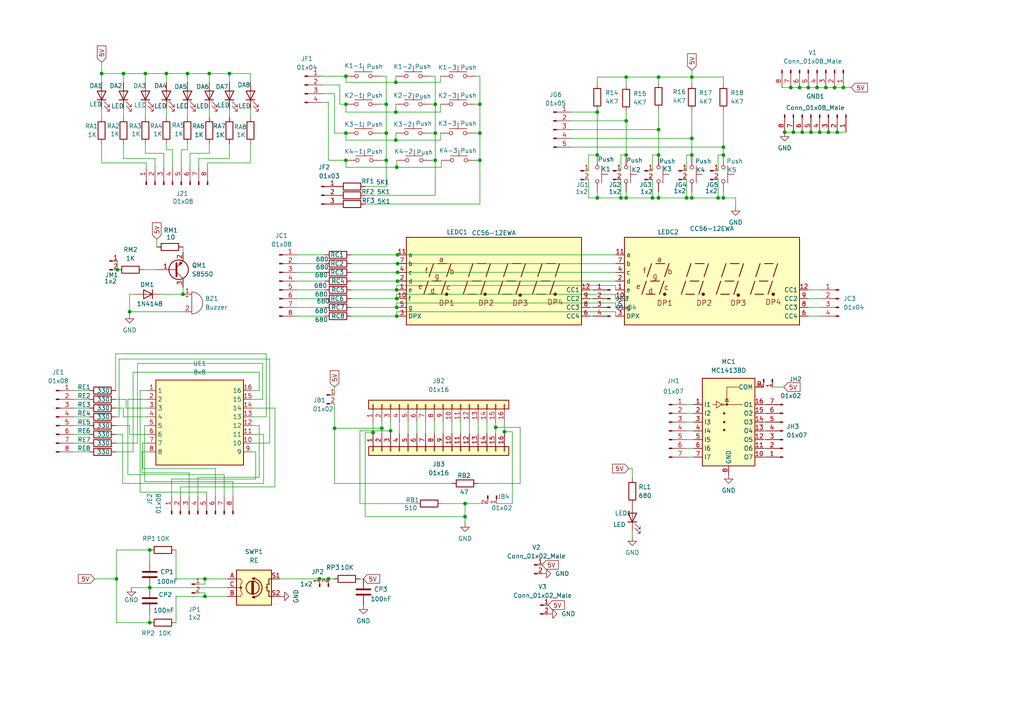
<source format=kicad_sch>
(kicad_sch (version 20211123) (generator eeschema)
  (paper "A4")
  (junction (at 189.23 57.404))
  (junction (at 43.434 180.594))
  (junction (at 200.66 40.132))
  (junction (at 200.66 44.958))
  (junction (at 209.804 42.672))
  (junction (at 230.124 38.354))
  (junction (at 43.434 170.434))
  (junction (at 35.814 21.336))
  (junction (at 59.436 167.894))
  (junction (at 191.008 37.592))
  (junction (at 181.61 35.052))
  (junction (at 34.036 78.232))
  (junction (at 235.204 38.354))
  (junction (at 200.66 57.404))
  (junction (at 115.316 78.994))
  (junction (at 112.014 30.226))
  (junction (at 115.316 81.534))
  (junction (at 240.284 38.354))
  (junction (at 191.008 22.352))
  (junction (at 126.238 38.608))
  (junction (at 112.014 38.608))
  (junction (at 231.902 25.4))
  (junction (at 234.442 25.4))
  (junction (at 199.136 57.404))
  (junction (at 115.316 76.454))
  (junction (at 59.436 172.974))
  (junction (at 134.874 146.05))
  (junction (at 227.584 38.354))
  (junction (at 115.062 48.514))
  (junction (at 100.33 46.482))
  (junction (at 100.33 38.608))
  (junction (at 181.61 22.352))
  (junction (at 53.086 85.344))
  (junction (at 112.014 46.482))
  (junction (at 113.284 124.968))
  (junction (at 208.28 57.404))
  (junction (at 239.522 25.4))
  (junction (at 60.706 21.336))
  (junction (at 173.228 32.512))
  (junction (at 126.238 46.482))
  (junction (at 200.66 22.352))
  (junction (at 139.192 38.608))
  (junction (at 115.062 86.614))
  (junction (at 139.192 46.482))
  (junction (at 114.808 23.876))
  (junction (at 209.804 44.958))
  (junction (at 100.33 30.226))
  (junction (at 180.086 57.404))
  (junction (at 229.362 25.4))
  (junction (at 115.062 91.694))
  (junction (at 115.316 73.914))
  (junction (at 134.874 149.86))
  (junction (at 100.33 22.098))
  (junction (at 42.164 21.336))
  (junction (at 232.664 38.354))
  (junction (at 110.744 124.206))
  (junction (at 244.602 25.4))
  (junction (at 43.434 159.512))
  (junction (at 236.982 25.4))
  (junction (at 108.204 125.476))
  (junction (at 146.304 125.222))
  (junction (at 97.028 124.206))
  (junction (at 48.26 21.336))
  (junction (at 114.808 32.512))
  (junction (at 181.61 44.958))
  (junction (at 115.062 84.074))
  (junction (at 209.804 57.404))
  (junction (at 37.592 90.424))
  (junction (at 92.71 167.894))
  (junction (at 242.062 25.4))
  (junction (at 173.228 44.958))
  (junction (at 181.61 57.404))
  (junction (at 114.808 40.64))
  (junction (at 242.824 38.354))
  (junction (at 66.548 21.336))
  (junction (at 54.356 21.336))
  (junction (at 29.464 21.336))
  (junction (at 143.764 123.952))
  (junction (at 126.238 30.226))
  (junction (at 191.008 44.958))
  (junction (at 173.228 57.404))
  (junction (at 237.744 38.354))
  (junction (at 115.062 89.154))
  (junction (at 139.192 30.226))
  (junction (at 33.782 167.894))
  (junction (at 95.25 167.894))
  (junction (at 191.008 57.404))
  (wire (pts (xy 86.106 84.074) (xy 94.234 84.074)))
  (wire (pts (xy 114.808 40.64) (xy 100.33 40.64)))
  (wire (pts (xy 100.33 32.512) (xy 114.808 32.512)))
  (wire (pts (xy 39.878 128.524) (xy 39.878 105.41)))
  (wire (pts (xy 59.944 142.748) (xy 40.64 142.748)))
  (wire (pts (xy 146.304 125.222) (xy 146.304 125.73)))
  (wire (pts (xy 221.996 130.048) (xy 221.488 130.048)))
  (wire (pts (xy 74.168 138.938) (xy 49.784 138.938)))
  (wire (pts (xy 33.782 167.894) (xy 33.782 180.594)))
  (wire (pts (xy 41.148 131.064) (xy 41.148 137.16)))
  (wire (pts (xy 148.59 125.222) (xy 146.304 125.222)))
  (wire (pts (xy 200.66 22.352) (xy 200.66 24.384)))
  (wire (pts (xy 93.472 24.638) (xy 98.552 24.638)))
  (wire (pts (xy 113.284 125.73) (xy 113.284 124.968)))
  (wire (pts (xy 76.454 140.208) (xy 35.56 140.208)))
  (wire (pts (xy 115.316 81.534) (xy 178.562 81.534)))
  (wire (pts (xy 78.232 128.524) (xy 78.232 104.14)))
  (wire (pts (xy 134.874 149.86) (xy 134.874 146.05)))
  (wire (pts (xy 143.764 123.952) (xy 150.876 123.952)))
  (wire (pts (xy 112.014 54.102) (xy 105.918 54.102)))
  (wire (pts (xy 181.61 32.258) (xy 181.61 35.052)))
  (wire (pts (xy 209.804 55.626) (xy 209.804 57.404)))
  (wire (pts (xy 221.996 117.348) (xy 221.488 117.348)))
  (wire (pts (xy 235.204 38.354) (xy 237.744 38.354)))
  (wire (pts (xy 115.062 82.804) (xy 115.062 84.074)))
  (wire (pts (xy 42.164 41.656) (xy 42.164 44.45)))
  (wire (pts (xy 123.444 125.73) (xy 123.444 122.428)))
  (wire (pts (xy 86.106 78.994) (xy 94.234 78.994)))
  (wire (pts (xy 29.464 18.034) (xy 29.464 21.336)))
  (wire (pts (xy 37.592 85.344) (xy 37.592 90.424)))
  (wire (pts (xy 143.764 123.952) (xy 143.764 122.428)))
  (wire (pts (xy 95.25 29.718) (xy 95.25 46.482)))
  (wire (pts (xy 67.564 139.7) (xy 67.564 144.018)))
  (wire (pts (xy 136.144 125.73) (xy 136.144 122.428)))
  (wire (pts (xy 127.762 32.512) (xy 127.762 30.226)))
  (wire (pts (xy 115.316 73.914) (xy 178.562 73.914)))
  (wire (pts (xy 75.184 113.284) (xy 75.184 107.95)))
  (wire (pts (xy 104.394 124.968) (xy 104.394 146.05)))
  (wire (pts (xy 230.124 38.354) (xy 232.664 38.354)))
  (wire (pts (xy 199.136 57.404) (xy 200.66 57.404)))
  (wire (pts (xy 131.064 140.208) (xy 97.028 140.208)))
  (wire (pts (xy 35.814 21.336) (xy 42.164 21.336)))
  (wire (pts (xy 115.062 90.424) (xy 115.062 91.694)))
  (wire (pts (xy 41.148 137.16) (xy 54.864 137.16)))
  (wire (pts (xy 21.336 123.444) (xy 25.908 123.444)))
  (wire (pts (xy 238.252 84.074) (xy 234.442 84.074)))
  (wire (pts (xy 200.66 44.958) (xy 200.66 45.466)))
  (wire (pts (xy 98.552 24.638) (xy 98.552 30.226)))
  (wire (pts (xy 124.968 30.226) (xy 126.238 30.226)))
  (wire (pts (xy 173.228 32.512) (xy 173.228 44.958)))
  (wire (pts (xy 209.804 32.004) (xy 209.804 42.672)))
  (wire (pts (xy 112.014 46.482) (xy 112.014 54.102)))
  (wire (pts (xy 37.592 125.984) (xy 37.592 123.444)))
  (wire (pts (xy 57.912 169.418) (xy 59.436 169.418)))
  (wire (pts (xy 125.984 125.73) (xy 125.984 122.428)))
  (wire (pts (xy 221.996 127.508) (xy 221.488 127.508)))
  (wire (pts (xy 48.26 31.496) (xy 48.26 34.036)))
  (wire (pts (xy 180.086 44.958) (xy 181.61 44.958)))
  (wire (pts (xy 46.736 85.344) (xy 53.086 85.344)))
  (wire (pts (xy 181.61 22.352) (xy 191.008 22.352)))
  (wire (pts (xy 191.008 44.958) (xy 189.23 44.958)))
  (wire (pts (xy 21.336 118.364) (xy 25.908 118.364)))
  (wire (pts (xy 73.152 123.444) (xy 75.184 123.444)))
  (wire (pts (xy 21.336 113.284) (xy 25.908 113.284)))
  (wire (pts (xy 48.26 23.876) (xy 48.26 21.336)))
  (wire (pts (xy 81.28 167.894) (xy 92.71 167.894)))
  (wire (pts (xy 45.466 69.342) (xy 45.466 71.628)))
  (wire (pts (xy 86.106 81.534) (xy 94.234 81.534)))
  (wire (pts (xy 37.084 137.668) (xy 65.024 137.668)))
  (wire (pts (xy 42.164 21.336) (xy 48.26 21.336)))
  (wire (pts (xy 114.808 23.876) (xy 114.808 22.098)))
  (wire (pts (xy 108.204 125.476) (xy 105.918 125.476)))
  (wire (pts (xy 41.402 128.524) (xy 41.402 135.89)))
  (wire (pts (xy 93.472 27.178) (xy 97.028 27.178)))
  (wire (pts (xy 77.216 102.616) (xy 33.528 102.616)))
  (wire (pts (xy 60.198 47.244) (xy 60.198 48.514)))
  (wire (pts (xy 42.672 120.904) (xy 35.814 120.904)))
  (wire (pts (xy 115.062 87.884) (xy 115.062 89.154)))
  (wire (pts (xy 199.136 44.958) (xy 199.136 49.53)))
  (wire (pts (xy 183.388 135.89) (xy 183.388 138.684)))
  (wire (pts (xy 95.25 167.894) (xy 96.774 167.894)))
  (wire (pts (xy 37.592 123.444) (xy 33.528 123.444)))
  (wire (pts (xy 35.814 120.904) (xy 35.814 118.364)))
  (wire (pts (xy 53.086 90.424) (xy 37.592 90.424)))
  (wire (pts (xy 104.394 146.05) (xy 120.65 146.05)))
  (wire (pts (xy 182.372 135.89) (xy 183.388 135.89)))
  (wire (pts (xy 60.706 44.45) (xy 55.118 44.45)))
  (wire (pts (xy 200.66 57.404) (xy 208.28 57.404)))
  (wire (pts (xy 115.062 84.074) (xy 115.316 84.074)))
  (wire (pts (xy 115.062 48.514) (xy 128.016 48.514)))
  (wire (pts (xy 165.608 32.512) (xy 173.228 32.512)))
  (wire (pts (xy 238.252 89.154) (xy 234.442 89.154)))
  (wire (pts (xy 191.008 57.404) (xy 199.136 57.404)))
  (wire (pts (xy 72.644 47.244) (xy 60.198 47.244)))
  (wire (pts (xy 112.014 38.608) (xy 112.014 46.482)))
  (wire (pts (xy 125.222 46.482) (xy 126.238 46.482)))
  (wire (pts (xy 75.184 138.43) (xy 57.404 138.43)))
  (wire (pts (xy 49.784 138.938) (xy 49.784 144.018)))
  (wire (pts (xy 209.804 44.958) (xy 208.28 44.958)))
  (wire (pts (xy 221.996 119.888) (xy 221.488 119.888)))
  (wire (pts (xy 37.084 115.824) (xy 37.084 137.668)))
  (wire (pts (xy 191.008 31.75) (xy 191.008 37.592)))
  (wire (pts (xy 74.168 131.064) (xy 73.152 131.064)))
  (wire (pts (xy 73.152 113.284) (xy 75.184 113.284)))
  (wire (pts (xy 60.706 41.656) (xy 60.706 44.45)))
  (wire (pts (xy 100.33 32.512) (xy 100.33 30.226)))
  (wire (pts (xy 59.944 144.018) (xy 59.944 142.748)))
  (wire (pts (xy 35.814 118.364) (xy 33.528 118.364)))
  (wire (pts (xy 191.008 44.958) (xy 191.008 45.466)))
  (wire (pts (xy 21.336 115.824) (xy 25.908 115.824)))
  (wire (pts (xy 148.59 146.05) (xy 148.59 125.222)))
  (wire (pts (xy 42.164 31.496) (xy 42.164 34.036)))
  (wire (pts (xy 42.672 131.064) (xy 41.148 131.064)))
  (wire (pts (xy 110.744 46.482) (xy 112.014 46.482)))
  (wire (pts (xy 48.26 43.434) (xy 50.038 43.434)))
  (wire (pts (xy 38.608 131.064) (xy 33.528 131.064)))
  (wire (pts (xy 42.672 118.364) (xy 36.576 118.364)))
  (wire (pts (xy 114.808 32.512) (xy 127.762 32.512)))
  (wire (pts (xy 77.216 120.904) (xy 77.216 102.616)))
  (wire (pts (xy 74.168 131.064) (xy 74.168 138.938)))
  (wire (pts (xy 48.26 41.656) (xy 48.26 43.434)))
  (wire (pts (xy 209.804 24.384) (xy 209.804 22.352)))
  (wire (pts (xy 27.432 167.894) (xy 33.782 167.894)))
  (wire (pts (xy 75.184 107.95) (xy 38.608 107.95)))
  (wire (pts (xy 86.106 91.694) (xy 94.234 91.694)))
  (wire (pts (xy 60.706 23.876) (xy 60.706 21.336)))
  (wire (pts (xy 191.008 55.626) (xy 191.008 57.404)))
  (wire (pts (xy 170.688 57.404) (xy 173.228 57.404)))
  (wire (pts (xy 41.91 139.7) (xy 67.564 139.7)))
  (wire (pts (xy 100.33 46.482) (xy 100.584 46.482)))
  (wire (pts (xy 59.436 167.894) (xy 66.04 167.894)))
  (wire (pts (xy 181.61 44.958) (xy 181.61 45.466)))
  (wire (pts (xy 73.152 128.524) (xy 78.232 128.524)))
  (wire (pts (xy 35.814 45.974) (xy 44.958 45.974)))
  (wire (pts (xy 170.688 44.958) (xy 170.688 49.53)))
  (wire (pts (xy 108.204 125.476) (xy 108.204 122.428)))
  (wire (pts (xy 93.472 22.098) (xy 100.33 22.098)))
  (wire (pts (xy 55.118 44.45) (xy 55.118 48.514)))
  (wire (pts (xy 138.176 46.482) (xy 139.192 46.482)))
  (wire (pts (xy 242.062 25.4) (xy 244.602 25.4)))
  (wire (pts (xy 54.356 21.336) (xy 54.356 23.876)))
  (wire (pts (xy 127.762 23.876) (xy 127.762 22.098)))
  (wire (pts (xy 178.562 87.884) (xy 115.062 87.884)))
  (wire (pts (xy 52.324 141.224) (xy 52.324 144.018)))
  (wire (pts (xy 100.33 48.514) (xy 115.062 48.514)))
  (wire (pts (xy 66.548 41.656) (xy 66.548 45.974)))
  (wire (pts (xy 38.608 107.95) (xy 38.608 131.064)))
  (wire (pts (xy 128.27 146.05) (xy 134.874 146.05)))
  (wire (pts (xy 213.36 57.404) (xy 209.804 57.404)))
  (wire (pts (xy 57.658 45.974) (xy 57.658 48.514)))
  (wire (pts (xy 124.968 38.608) (xy 126.238 38.608)))
  (wire (pts (xy 42.164 21.336) (xy 42.164 23.876)))
  (wire (pts (xy 100.33 23.876) (xy 100.33 22.098)))
  (wire (pts (xy 213.36 59.944) (xy 213.36 57.404)))
  (wire (pts (xy 114.808 23.876) (xy 127.762 23.876)))
  (wire (pts (xy 221.996 124.968) (xy 221.488 124.968)))
  (wire (pts (xy 181.61 22.352) (xy 181.61 24.638)))
  (wire (pts (xy 101.854 73.914) (xy 115.316 73.914)))
  (wire (pts (xy 33.782 180.594) (xy 43.434 180.594)))
  (wire (pts (xy 66.548 31.496) (xy 66.548 34.036)))
  (wire (pts (xy 62.484 135.89) (xy 62.484 144.018)))
  (wire (pts (xy 29.464 31.496) (xy 29.464 34.036)))
  (wire (pts (xy 113.284 124.968) (xy 104.394 124.968)))
  (wire (pts (xy 115.062 86.614) (xy 115.316 86.614)))
  (wire (pts (xy 97.028 27.178) (xy 97.028 38.608)))
  (wire (pts (xy 110.49 22.098) (xy 112.014 22.098)))
  (wire (pts (xy 35.814 41.656) (xy 35.814 45.974)))
  (wire (pts (xy 208.28 57.404) (xy 209.804 57.404)))
  (wire (pts (xy 126.238 22.098) (xy 126.238 30.226)))
  (wire (pts (xy 114.808 32.512) (xy 114.808 30.226)))
  (wire (pts (xy 60.706 31.496) (xy 60.706 34.036)))
  (wire (pts (xy 178.562 90.424) (xy 115.062 90.424)))
  (wire (pts (xy 238.252 91.694) (xy 234.442 91.694)))
  (wire (pts (xy 242.824 38.354) (xy 245.364 38.354)))
  (wire (pts (xy 137.922 30.226) (xy 139.192 30.226)))
  (wire (pts (xy 101.854 81.534) (xy 115.316 81.534)))
  (wire (pts (xy 41.91 123.444) (xy 41.91 139.7)))
  (wire (pts (xy 33.782 167.894) (xy 33.782 159.512)))
  (wire (pts (xy 72.644 41.656) (xy 72.644 47.244)))
  (wire (pts (xy 105.918 149.86) (xy 134.874 149.86)))
  (wire (pts (xy 37.592 90.424) (xy 37.592 91.186)))
  (wire (pts (xy 165.608 35.052) (xy 181.61 35.052)))
  (wire (pts (xy 104.394 167.894) (xy 105.41 167.894)))
  (wire (pts (xy 180.086 57.404) (xy 180.086 52.07)))
  (wire (pts (xy 150.876 123.952) (xy 150.876 140.208)))
  (wire (pts (xy 118.364 125.73) (xy 118.364 122.428)))
  (wire (pts (xy 110.744 125.73) (xy 110.744 124.206)))
  (wire (pts (xy 100.33 46.482) (xy 100.33 48.514)))
  (wire (pts (xy 200.66 55.626) (xy 200.66 57.404)))
  (wire (pts (xy 42.672 128.524) (xy 41.402 128.524)))
  (wire (pts (xy 126.238 38.608) (xy 126.238 46.482)))
  (wire (pts (xy 208.28 52.07) (xy 208.28 57.404)))
  (wire (pts (xy 180.086 49.53) (xy 180.086 44.958)))
  (wire (pts (xy 113.284 124.968) (xy 113.284 122.428)))
  (wire (pts (xy 173.228 22.352) (xy 173.228 24.384)))
  (wire (pts (xy 33.528 128.524) (xy 39.878 128.524)))
  (wire (pts (xy 200.66 44.958) (xy 199.136 44.958)))
  (wire (pts (xy 101.854 86.614) (xy 115.062 86.614)))
  (wire (pts (xy 79.756 118.364) (xy 79.756 141.224)))
  (wire (pts (xy 244.602 25.4) (xy 246.888 25.4)))
  (wire (pts (xy 137.922 38.608) (xy 139.192 38.608)))
  (wire (pts (xy 86.106 86.614) (xy 94.234 86.614)))
  (wire (pts (xy 199.136 117.348) (xy 201.168 117.348)))
  (wire (pts (xy 97.028 140.208) (xy 97.028 124.206)))
  (wire (pts (xy 34.544 120.904) (xy 33.528 120.904)))
  (wire (pts (xy 171.196 89.154) (xy 171.958 89.154)))
  (wire (pts (xy 115.316 76.454) (xy 178.562 76.454)))
  (wire (pts (xy 53.086 71.628) (xy 53.086 73.152)))
  (wire (pts (xy 199.136 127.508) (xy 201.168 127.508)))
  (wire (pts (xy 139.192 38.608) (xy 139.192 46.482)))
  (wire (pts (xy 29.464 41.656) (xy 29.464 47.244)))
  (wire (pts (xy 108.204 125.73) (xy 108.204 125.476)))
  (wire (pts (xy 57.912 171.958) (xy 59.436 171.958)))
  (wire (pts (xy 127.762 38.608) (xy 127.762 40.64)))
  (wire (pts (xy 105.918 59.182) (xy 139.192 59.182)))
  (wire (pts (xy 86.106 89.154) (xy 94.234 89.154)))
  (wire (pts (xy 146.304 122.428) (xy 146.304 125.222)))
  (wire (pts (xy 133.604 125.73) (xy 133.604 122.428)))
  (wire (pts (xy 226.822 25.4) (xy 229.362 25.4)))
  (wire (pts (xy 75.184 123.444) (xy 75.184 138.43)))
  (wire (pts (xy 189.23 44.958) (xy 189.23 49.53)))
  (wire (pts (xy 36.576 118.364) (xy 36.576 115.824)))
  (wire (pts (xy 231.902 25.4) (xy 234.442 25.4)))
  (wire (pts (xy 191.008 22.352) (xy 191.008 24.13)))
  (wire (pts (xy 43.434 178.054) (xy 43.434 180.594)))
  (wire (pts (xy 178.562 86.614) (xy 178.562 85.344)))
  (wire (pts (xy 54.864 137.16) (xy 54.864 144.018)))
  (wire (pts (xy 150.876 140.208) (xy 138.684 140.208)))
  (wire (pts (xy 139.192 46.482) (xy 139.192 59.182)))
  (wire (pts (xy 170.688 44.958) (xy 173.228 44.958)))
  (wire (pts (xy 51.054 159.512) (xy 51.054 167.894)))
  (wire (pts (xy 50.038 43.434) (xy 50.038 48.514)))
  (wire (pts (xy 47.498 44.45) (xy 47.498 48.514)))
  (wire (pts (xy 34.036 75.692) (xy 34.036 78.232)))
  (wire (pts (xy 209.804 22.352) (xy 200.66 22.352)))
  (wire (pts (xy 35.56 140.208) (xy 35.56 125.984)))
  (wire (pts (xy 42.672 125.984) (xy 37.592 125.984)))
  (wire (pts (xy 73.152 118.364) (xy 79.756 118.364)))
  (wire (pts (xy 229.362 25.4) (xy 231.902 25.4)))
  (wire (pts (xy 115.824 125.73) (xy 115.824 122.428)))
  (wire (pts (xy 41.656 78.232) (xy 45.466 78.232)))
  (wire (pts (xy 115.062 89.154) (xy 115.316 89.154)))
  (wire (pts (xy 76.2 105.41) (xy 76.2 115.824)))
  (wire (pts (xy 170.688 52.07) (xy 170.688 57.404)))
  (wire (pts (xy 134.874 146.05) (xy 141.478 146.05)))
  (wire (pts (xy 37.592 85.344) (xy 39.116 85.344)))
  (wire (pts (xy 173.228 22.352) (xy 181.61 22.352)))
  (wire (pts (xy 98.552 30.226) (xy 100.33 30.226)))
  (wire (pts (xy 65.024 137.668) (xy 65.024 144.018)))
  (wire (pts (xy 86.106 73.914) (xy 94.234 73.914)))
  (wire (pts (xy 60.706 21.336) (xy 66.548 21.336)))
  (wire (pts (xy 237.744 38.354) (xy 240.284 38.354)))
  (wire (pts (xy 173.228 55.626) (xy 173.228 57.404)))
  (wire (pts (xy 171.196 84.074) (xy 171.958 84.074)))
  (wire (pts (xy 101.854 89.154) (xy 115.062 89.154)))
  (wire (pts (xy 110.744 124.206) (xy 110.744 122.428)))
  (wire (pts (xy 66.548 21.336) (xy 66.548 23.876)))
  (wire (pts (xy 137.922 22.098) (xy 139.192 22.098)))
  (wire (pts (xy 42.672 115.824) (xy 37.084 115.824)))
  (wire (pts (xy 126.238 30.226) (xy 126.238 38.608)))
  (wire (pts (xy 101.854 84.074) (xy 115.062 84.074)))
  (wire (pts (xy 141.224 125.73) (xy 141.224 122.428)))
  (wire (pts (xy 139.192 22.098) (xy 139.192 30.226)))
  (wire (pts (xy 66.548 45.974) (xy 57.658 45.974)))
  (wire (pts (xy 43.434 162.814) (xy 43.434 159.512)))
  (wire (pts (xy 97.028 124.206) (xy 110.744 124.206)))
  (wire (pts (xy 86.106 76.454) (xy 94.234 76.454)))
  (wire (pts (xy 165.608 40.132) (xy 200.66 40.132)))
  (wire (pts (xy 115.316 78.994) (xy 178.562 78.994)))
  (wire (pts (xy 66.548 21.336) (xy 72.644 21.336)))
  (wire (pts (xy 171.196 91.694) (xy 171.958 91.694)))
  (wire (pts (xy 183.388 155.702) (xy 183.388 153.924)))
  (wire (pts (xy 54.356 31.496) (xy 54.356 34.036)))
  (wire (pts (xy 189.23 57.404) (xy 191.008 57.404)))
  (wire (pts (xy 221.996 122.428) (xy 221.488 122.428)))
  (wire (pts (xy 143.764 125.73) (xy 143.764 123.952)))
  (wire (pts (xy 181.61 35.052) (xy 181.61 44.958)))
  (wire (pts (xy 209.804 42.672) (xy 209.804 44.958)))
  (wire (pts (xy 110.49 38.608) (xy 112.014 38.608)))
  (wire (pts (xy 181.61 55.626) (xy 181.61 57.404)))
  (wire (pts (xy 115.062 46.482) (xy 115.062 48.514)))
  (wire (pts (xy 165.608 37.592) (xy 191.008 37.592)))
  (wire (pts (xy 93.472 29.718) (xy 95.25 29.718)))
  (wire (pts (xy 44.958 45.974) (xy 44.958 48.514)))
  (wire (pts (xy 178.562 91.694) (xy 178.562 90.424)))
  (wire (pts (xy 42.672 123.444) (xy 41.91 123.444)))
  (wire (pts (xy 73.152 125.984) (xy 76.454 125.984)))
  (wire (pts (xy 51.054 167.894) (xy 59.436 167.894)))
  (wire (pts (xy 78.232 104.14) (xy 34.544 104.14)))
  (wire (pts (xy 191.008 37.592) (xy 191.008 44.958)))
  (wire (pts (xy 110.49 30.226) (xy 112.014 30.226)))
  (wire (pts (xy 101.854 76.454) (xy 115.316 76.454)))
  (wire (pts (xy 21.336 125.984) (xy 25.908 125.984)))
  (wire (pts (xy 120.904 125.73) (xy 120.904 122.428)))
  (wire (pts (xy 128.016 48.514) (xy 128.016 46.482)))
  (wire (pts (xy 173.228 57.404) (xy 180.086 57.404)))
  (wire (pts (xy 29.464 23.876) (xy 29.464 21.336)))
  (wire (pts (xy 138.684 125.73) (xy 138.684 122.428)))
  (wire (pts (xy 51.054 172.974) (xy 59.436 172.974)))
  (wire (pts (xy 105.918 125.476) (xy 105.918 149.86)))
  (wire (pts (xy 40.64 113.284) (xy 42.672 113.284)))
  (wire (pts (xy 52.578 43.434) (xy 52.578 48.514)))
  (wire (pts (xy 73.152 115.824) (xy 76.2 115.824)))
  (wire (pts (xy 227.33 112.268) (xy 224.028 112.268)))
  (wire (pts (xy 165.608 42.672) (xy 209.804 42.672)))
  (wire (pts (xy 79.756 141.224) (xy 52.324 141.224)))
  (wire (pts (xy 131.064 125.73) (xy 131.064 122.428)))
  (wire (pts (xy 200.66 40.132) (xy 200.66 44.958)))
  (wire (pts (xy 171.196 86.614) (xy 171.958 86.614)))
  (wire (pts (xy 33.528 102.616) (xy 33.528 113.284)))
  (wire (pts (xy 95.25 46.482) (xy 100.33 46.482)))
  (wire (pts (xy 200.66 32.004) (xy 200.66 40.132)))
  (wire (pts (xy 72.644 21.336) (xy 72.644 23.876)))
  (wire (pts (xy 144.018 146.05) (xy 148.59 146.05)))
  (wire (pts (xy 199.136 132.588) (xy 201.168 132.588)))
  (wire (pts (xy 114.808 38.608) (xy 114.808 40.64)))
  (wire (pts (xy 181.61 57.404) (xy 189.23 57.404)))
  (wire (pts (xy 42.418 47.244) (xy 42.418 48.514)))
  (wire (pts (xy 126.238 56.642) (xy 105.918 56.642)))
  (wire (pts (xy 35.56 125.984) (xy 33.528 125.984)))
  (wire (pts (xy 199.136 52.07) (xy 199.136 57.404)))
  (wire (pts (xy 21.336 131.064) (xy 25.908 131.064)))
  (wire (pts (xy 21.336 128.524) (xy 25.908 128.524)))
  (wire (pts (xy 21.336 120.904) (xy 25.908 120.904)))
  (wire (pts (xy 134.874 151.638) (xy 134.874 149.86)))
  (wire (pts (xy 48.26 21.336) (xy 54.356 21.336)))
  (wire (pts (xy 97.028 112.268) (xy 97.028 114.554)))
  (wire (pts (xy 73.152 120.904) (xy 77.216 120.904)))
  (wire (pts (xy 112.014 22.098) (xy 112.014 30.226)))
  (wire (pts (xy 41.402 135.89) (xy 62.484 135.89)))
  (wire (pts (xy 72.644 31.496) (xy 72.644 34.036)))
  (wire (pts (xy 124.968 22.098) (xy 126.238 22.098)))
  (wire (pts (xy 180.086 57.404) (xy 181.61 57.404)))
  (wire (pts (xy 54.356 43.434) (xy 52.578 43.434)))
  (wire (pts (xy 199.136 124.968) (xy 201.168 124.968)))
  (wire (pts (xy 29.464 47.244) (xy 42.418 47.244)))
  (wire (pts (xy 191.008 22.352) (xy 200.66 22.352)))
  (wire (pts (xy 199.136 130.048) (xy 201.168 130.048)))
  (wire (pts (xy 189.23 52.07) (xy 189.23 57.404)))
  (wire (pts (xy 53.086 85.344) (xy 53.086 83.312)))
  (wire (pts (xy 54.356 41.656) (xy 54.356 43.434)))
  (wire (pts (xy 200.66 20.32) (xy 200.66 22.352)))
  (wire (pts (xy 139.192 30.226) (xy 139.192 38.608)))
  (wire (pts (xy 59.436 169.418) (xy 59.436 167.894)))
  (wire (pts (xy 59.436 171.958) (xy 59.436 172.974)))
  (wire (pts (xy 221.996 132.588) (xy 221.488 132.588)))
  (wire (pts (xy 227.584 38.354) (xy 230.124 38.354)))
  (wire (pts (xy 173.228 44.958) (xy 173.228 45.466)))
  (wire (pts (xy 178.562 85.344) (xy 115.062 85.344)))
  (wire (pts (xy 178.562 89.154) (xy 178.562 87.884)))
  (wire (pts (xy 100.33 38.608) (xy 100.33 40.64)))
  (wire (pts (xy 101.854 91.694) (xy 115.062 91.694)))
  (wire (pts (xy 115.062 91.694) (xy 115.316 91.694)))
  (wire (pts (xy 35.814 31.496) (xy 35.814 34.036)))
  (wire (pts (xy 100.33 23.876) (xy 114.808 23.876)))
  (wire (pts (xy 232.664 38.354) (xy 235.204 38.354)))
  (wire (pts (xy 33.782 159.512) (xy 43.434 159.512)))
  (wire (pts (xy 97.028 38.608) (xy 100.33 38.608)))
  (wire (pts (xy 59.436 172.974) (xy 66.04 172.974)))
  (wire (pts (xy 178.562 82.804) (xy 115.062 82.804)))
  (wire (pts (xy 101.854 78.994) (xy 115.316 78.994)))
  (wire (pts (xy 35.814 23.876) (xy 35.814 21.336)))
  (wire (pts (xy 178.562 84.074) (xy 178.562 82.804)))
  (wire (pts (xy 126.238 46.482) (xy 126.238 56.642)))
  (wire (pts (xy 112.014 30.226) (xy 112.014 38.608)))
  (wire (pts (xy 238.252 86.614) (xy 234.442 86.614)))
  (wire (pts (xy 36.576 115.824) (xy 33.528 115.824)))
  (wire (pts (xy 92.71 167.894) (xy 95.25 167.894)))
  (wire (pts (xy 199.136 119.888) (xy 201.168 119.888)))
  (wire (pts (xy 39.878 105.41) (xy 76.2 105.41)))
  (wire (pts (xy 239.522 25.4) (xy 242.062 25.4)))
  (wire (pts (xy 115.062 85.344) (xy 115.062 86.614)))
  (wire (pts (xy 234.442 25.4) (xy 236.982 25.4)))
  (wire (pts (xy 199.136 122.428) (xy 201.168 122.428)))
  (wire (pts (xy 76.454 125.984) (xy 76.454 140.208)))
  (wire (pts (xy 209.804 44.958) (xy 209.804 45.466)))
  (wire (pts (xy 240.284 38.354) (xy 242.824 38.354)))
  (wire (pts (xy 38.1 170.434) (xy 43.434 170.434)))
  (wire (pts (xy 40.64 142.748) (xy 40.64 113.284)))
  (wire (pts (xy 208.28 44.958) (xy 208.28 49.53)))
  (wire (pts (xy 57.404 138.43) (xy 57.404 144.018)))
  (wire (pts (xy 54.356 21.336) (xy 60.706 21.336)))
  (wire (pts (xy 42.164 44.45) (xy 47.498 44.45)))
  (wire (pts (xy 43.434 170.434) (xy 66.04 170.434)))
  (wire (pts (xy 173.228 32.004) (xy 173.228 32.512)))
  (wire (pts (xy 29.464 21.336) (xy 35.814 21.336)))
  (wire (pts (xy 51.054 180.594) (xy 51.054 172.974)))
  (wire (pts (xy 236.982 25.4) (xy 239.522 25.4)))
  (wire (pts (xy 114.808 40.64) (xy 127.762 40.64)))
  (wire (pts (xy 34.544 104.14) (xy 34.544 120.904)))
  (wire (pts (xy 97.028 117.094) (xy 97.028 124.206)))
  (wire (pts (xy 128.524 125.73) (xy 128.524 122.428)))
  (global_label "5V" (shape input) (at 45.466 69.342 90) (property "Intersheet References" "${INTERSHEET_REFS}" (effects hide)))
  (global_label "5V" (shape input) (at 200.66 20.32 90) (property "Intersheet References" "${INTERSHEET_REFS}" (effects hide)))
  (global_label "5V" (shape input) (at 246.888 25.4 0) (property "Intersheet References" "${INTERSHEET_REFS}" (effects hide)))
  (global_label "5V" (shape input) (at 182.372 135.89 180) (property "Intersheet References" "${INTERSHEET_REFS}" (effects hide)))
  (global_label "5V" (shape input) (at 105.41 167.894 0) (property "Intersheet References" "${INTERSHEET_REFS}" (effects hide)))
  (global_label "5V" (shape input) (at 157.226 163.83 0) (property "Intersheet References" "${INTERSHEET_REFS}" (effects hide)))
  (global_label "5V" (shape input) (at 27.432 167.894 180) (property "Intersheet References" "${INTERSHEET_REFS}" (effects hide)))
  (global_label "5V" (shape input) (at 97.028 112.268 90) (property "Intersheet References" "${INTERSHEET_REFS}" (effects hide)))
  (global_label "5V" (shape input) (at 159.004 175.514 0) (property "Intersheet References" "${INTERSHEET_REFS}" (effects hide)))
  (global_label "5V" (shape input) (at 227.33 112.268 0) (property "Intersheet References" "${INTERSHEET_REFS}" (effects hide)))
  (global_label "5V" (shape input) (at 29.464 18.034 90) (property "Intersheet References" "${INTERSHEET_REFS}" (effects hide)))
  (symbol (lib_id "mylib:R") (at 124.46 146.05 90) (unit 1)
    (property "Reference" "RB1" (at 119.634 145.034 90))
    (property "Value" "510" (at 119.126 147.32 90))
    (property "Footprint" "MyPcbLibrary:R_0805_2012Metric" (effects hide))
  )
  (symbol (lib_id "mylib:Conn_01x08_Male") (at 16.256 120.904 0) (unit 1)
    (property "Reference" "JE1" (at 16.891 107.95 0))
    (property "Value" "01x08" (at 16.891 110.49 0))
    (property "Footprint" "MyPcbLibrary:PinHeader_1x08_P2.54mm_Vertical" (effects hide))
  )
  (symbol (lib_id "mylib:Conn_01x02_Male") (at 94.742 114.554 0) (unit 1)
    (property "Reference" "JB1" (at 94.488 116.078 0) (effects (justify right)))
    (property "Value" "01x02" (at 96.774 118.618 0) (effects (justify right)))
    (property "Footprint" "MyPcbLibrary:PinHeader_1x02_P2.54mm_Vertical" (effects hide))
  )
  (symbol (lib_id "mylib:MC1413BD") (at 211.328 122.428 0) (unit 1)
    (property "Reference" "MC1" (at 211.328 104.902 0))
    (property "Value" "MC1413BD" (at 211.328 107.442 0))
    (property "Footprint" "MyPcbLibrary:SOP-16_3.9x9.9mm_P1.27mm" (effects hide))
    (property "Datasheet" "http://www.onsemi.com/pub_link/Collateral/MC1413-D.PDF" (effects hide))
  )
  (symbol (lib_id "mylib:R") (at 200.66 28.194 180) (unit 1)
    (property "Reference" "R17" (at 202.692 26.9239 0) (effects (justify right)))
    (property "Value" "4K7" (at 202.692 29.4639 0) (effects (justify right)))
    (property "Footprint" "MyPcbLibrary:R_0805_2012Metric" (effects hide))
  )
  (symbol (lib_id "mylib:SW_Push") (at 133.096 46.482 0) (unit 1)
    (property "Reference" "K4-3" (at 130.048 43.688 0))
    (property "Value" "Push" (at 135.89 43.688 0))
    (property "Footprint" "MyPcbLibrary:SW_PUSH_6mm" (effects hide))
  )
  (symbol (lib_id "mylib:R") (at 98.044 86.614 90) (unit 1)
    (property "Reference" "RC6" (at 97.79 86.614 90))
    (property "Value" "680" (at 93.726 87.376 90))
    (property "Footprint" "MyPcbLibrary:R_0805_2012Metric" (effects hide))
  )
  (symbol (lib_id "mylib:R") (at 72.644 37.846 0) (unit 1)
    (property "Reference" "RA8" (at 67.818 36.83 0) (effects (justify left)))
    (property "Value" "1K" (at 68.58 39.116 0) (effects (justify left)))
    (property "Footprint" "MyPcbLibrary:R_0805_2012Metric" (effects hide))
  )
  (symbol (lib_id "mylib:LED") (at 35.814 27.686 90) (unit 1)
    (property "Reference" "DA2" (at 31.75 24.892 90) (effects (justify right)))
    (property "Value" "LED" (at 32.258 30.734 90) (effects (justify right)))
    (property "Footprint" "MyPcbLibrary:LED_Rectangular_W3.9mm_H1.8mm" (effects hide))
  )
  (symbol (lib_id "mylib:R") (at 29.718 123.444 90) (unit 1)
    (property "Reference" "RE5" (at 24.384 122.428 90))
    (property "Value" "330" (at 29.972 123.444 90))
    (property "Footprint" "MyPcbLibrary:L_0805_2012Metric" (effects hide))
  )
  (symbol (lib_id "mylib:R") (at 29.718 131.064 90) (unit 1)
    (property "Reference" "RE8" (at 24.384 130.048 90))
    (property "Value" "330" (at 29.972 131.064 90))
    (property "Footprint" "MyPcbLibrary:L_0805_2012Metric" (effects hide))
  )
  (symbol (lib_id "mylib:Conn_01x02_Male") (at 205.994 49.53 0) (unit 1)
    (property "Reference" "JG5" (at 204.724 53.594 0) (effects (justify left)))
    (property "Value" "1x2" (at 204.47 55.372 0) (effects (justify left)))
    (property "Footprint" "MyPcbLibrary:PinHeader_1x02_P2.54mm_Vertical" (effects hide))
  )
  (symbol (lib_id "mylib:GND") (at 105.41 175.514 0) (unit 1)
    (property "Reference" "#PWR0110" (effects hide))
    (property "Value" "GND" (at 105.41 180.086 0))
  )
  (symbol (lib_id "mylib:Conn_01x08_Male") (at 50.038 53.594 90) (unit 1)
    (property "Reference" "J21" (at 52.832 56.134 90))
    (property "Value" "01x08" (at 53.086 58.42 90))
    (property "Footprint" "MyPcbLibrary:PinHeader_1x08_P2.54mm_Vertical" (effects hide))
  )
  (symbol (lib_id "mylib:GND") (at 38.1 170.434 0) (unit 1)
    (property "Reference" "#PWR0105" (effects hide))
    (property "Value" "GND" (at 38.1 173.99 0))
  )
  (symbol (lib_id "mylib:Conn_01x02_Male") (at 186.944 49.53 0) (unit 1)
    (property "Reference" "JG3" (at 185.42 53.594 0) (effects (justify left)))
    (property "Value" "1x2" (at 185.674 55.626 0) (effects (justify left)))
    (property "Footprint" "MyPcbLibrary:PinHeader_1x02_P2.54mm_Vertical" (effects hide))
  )
  (symbol (lib_id "mylib:R") (at 98.044 78.994 90) (unit 1)
    (property "Reference" "RC3" (at 97.79 78.994 90))
    (property "Value" "680" (at 93.218 79.756 90))
    (property "Footprint" "MyPcbLibrary:R_0805_2012Metric" (effects hide))
  )
  (symbol (lib_id "mylib:R") (at 98.044 76.454 90) (unit 1)
    (property "Reference" "RC2" (at 97.79 76.454 90))
    (property "Value" "680" (at 93.472 77.47 90))
    (property "Footprint" "MyPcbLibrary:R_0805_2012Metric" (effects hide))
  )
  (symbol (lib_id "mylib:R") (at 98.044 91.694 90) (unit 1)
    (property "Reference" "RC8" (at 98.044 91.694 90))
    (property "Value" "680" (at 93.218 92.71 90))
    (property "Footprint" "MyPcbLibrary:R_0805_2012Metric" (effects hide))
  )
  (symbol (lib_id "mylib:R") (at 66.548 37.846 0) (unit 1)
    (property "Reference" "RA7" (at 61.722 36.576 0) (effects (justify left)))
    (property "Value" "1K" (at 62.484 39.116 0) (effects (justify left)))
    (property "Footprint" "MyPcbLibrary:R_0805_2012Metric" (effects hide))
  )
  (symbol (lib_id "mylib:R") (at 60.706 37.846 0) (unit 1)
    (property "Reference" "RA6" (at 55.626 36.576 0) (effects (justify left)))
    (property "Value" "1K" (at 56.388 39.116 0) (effects (justify left)))
    (property "Footprint" "MyPcbLibrary:R_0805_2012Metric" (effects hide))
  )
  (symbol (lib_id "mylib:GND") (at 37.592 91.186 0) (unit 1)
    (property "Reference" "#PWR0102" (effects hide))
    (property "Value" "GND" (at 37.592 95.758 0))
  )
  (symbol (lib_id "mylib:SW_Push") (at 132.842 30.226 0) (unit 1)
    (property "Reference" "K2-3" (at 129.794 27.686 0))
    (property "Value" "Push" (at 135.89 27.686 0))
    (property "Footprint" "MyPcbLibrary:SW_PUSH_6mm" (effects hide))
  )
  (symbol (lib_id "mylib:CC56-12EWA") (at 206.502 81.534 0) (unit 1)
    (property "Reference" "LEDC2" (at 193.802 67.31 0))
    (property "Value" "CC56-12EWA" (at 206.502 66.294 0))
    (property "Footprint" "MyPcbLibrary:7Segment_LED_0.28inch" (effects hide))
    (property "Datasheet" "http://www.kingbrightusa.com/images/catalog/SPEC/CA56-12EWA.pdf" (effects hide))
  )
  (symbol (lib_id "mylib:LED") (at 42.164 27.686 90) (unit 1)
    (property "Reference" "DA3" (at 38.608 24.892 90) (effects (justify right)))
    (property "Value" "LED" (at 38.862 30.48 90) (effects (justify right)))
    (property "Footprint" "MyPcbLibrary:LED_Rectangular_W3.9mm_H1.8mm" (effects hide))
  )
  (symbol (lib_id "mylib:SW_Push") (at 181.61 50.546 270) (unit 1)
    (property "Reference" "K2" (at 183.134 49.276 90) (effects (justify left)))
    (property "Value" "Push" (at 181.61 46.482 90) (effects (justify left)))
    (property "Footprint" "MyPcbLibrary:SW_PUSH_6mm" (effects hide))
  )
  (symbol (lib_id "mylib:Dot_matrix_LED_8x8") (at 58.928 122.174 0) (unit 1)
    (property "Reference" "UE1" (at 57.912 105.41 0))
    (property "Value" "8x8" (at 57.912 107.95 0))
    (property "Footprint" "MyPcbLibrary:dot_matrix_8x8" (effects hide))
  )
  (symbol (lib_id "mylib:Conn_01x04_Male") (at 243.332 86.614 0) (mirror y) (unit 1)
    (property "Reference" "JC3" (at 244.602 86.6139 0) (effects (justify right)))
    (property "Value" "01x04" (at 244.602 89.1539 0) (effects (justify right)))
    (property "Footprint" "MyPcbLibrary:PinHeader_1x04_P2.54mm_Vertical" (effects hide))
  )
  (symbol (lib_id "mylib:LED") (at 60.706 27.686 90) (unit 1)
    (property "Reference" "DA6" (at 56.896 25.146 90) (effects (justify right)))
    (property "Value" "LED" (at 56.896 30.734 90) (effects (justify right)))
    (property "Footprint" "MyPcbLibrary:LED_Rectangular_W3.9mm_H1.8mm" (effects hide))
  )
  (symbol (lib_id "mylib:Conn_01x02_Male") (at 156.718 175.514 0) (unit 1)
    (property "Reference" "V3" (at 157.353 170.18 0))
    (property "Value" "Conn_01x02_Male" (at 157.353 172.72 0))
    (property "Footprint" "MyPcbLibrary:PinHeader_1x02_P2.54mm_Vertical" (effects hide))
  )
  (symbol (lib_id "mylib:SW_Push") (at 209.804 50.546 270) (unit 1)
    (property "Reference" "K5" (at 212.344 49.276 90))
    (property "Value" "Push" (at 213.106 46.736 90))
    (property "Footprint" "MyPcbLibrary:SW_PUSH_6mm" (effects hide))
  )
  (symbol (lib_id "mylib:Conn_01x08_Male") (at 81.026 81.534 0) (unit 1)
    (property "Reference" "JC1" (at 81.661 68.326 0))
    (property "Value" "01x08" (at 81.661 70.866 0))
    (property "Footprint" "MyPcbLibrary:PinHeader_1x08_P2.54mm_Vertical" (effects hide))
  )
  (symbol (lib_id "mylib:R") (at 181.61 28.448 180) (unit 1)
    (property "Reference" "R15" (at 183.642 27.1779 0) (effects (justify right)))
    (property "Value" "4K7" (at 183.642 29.7179 0) (effects (justify right)))
    (property "Footprint" "MyPcbLibrary:R_0805_2012Metric" (effects hide))
  )
  (symbol (lib_id "mylib:R") (at 35.814 37.846 0) (unit 1)
    (property "Reference" "RA2" (at 30.988 36.576 0) (effects (justify left)))
    (property "Value" "1K" (at 32.004 38.862 0) (effects (justify left)))
    (property "Footprint" "MyPcbLibrary:R_0805_2012Metric" (effects hide))
  )
  (symbol (lib_id "mylib:Conn_01x02_Male") (at 55.626 169.418 0) (unit 1)
    (property "Reference" "JP1" (at 54.61 176.784 0) (effects (justify left)))
    (property "Value" "1x2" (at 54.61 179.07 0) (effects (justify left)))
    (property "Footprint" "MyPcbLibrary:PinHeader_1x02_P2.54mm_Vertical" (effects hide))
  )
  (symbol (lib_id "mylib:GND") (at 134.874 151.638 0) (unit 1)
    (property "Reference" "#PWR0103" (effects hide))
    (property "Value" "GND" (at 134.874 156.21 0))
  )
  (symbol (lib_id "mylib:SW_Push") (at 119.888 30.226 0) (unit 1)
    (property "Reference" "K2-2" (at 116.84 27.686 0))
    (property "Value" "Push" (at 122.682 27.94 0))
    (property "Footprint" "MyPcbLibrary:SW_PUSH_6mm" (effects hide))
  )
  (symbol (lib_id "mylib:R") (at 29.718 125.984 90) (unit 1)
    (property "Reference" "RE6" (at 24.384 124.968 90))
    (property "Value" "330" (at 29.972 125.984 90))
    (property "Footprint" "MyPcbLibrary:L_0805_2012Metric" (effects hide))
  )
  (symbol (lib_id "mylib:GND") (at 227.584 38.354 0) (unit 1)
    (property "Reference" "#PWR0101" (effects hide))
    (property "Value" "GND" (at 227.584 42.926 0))
  )
  (symbol (lib_id "mylib:R") (at 54.356 37.846 0) (unit 1)
    (property "Reference" "RA5" (at 49.784 36.322 0) (effects (justify left)))
    (property "Value" "1K" (at 50.546 38.862 0) (effects (justify left)))
    (property "Footprint" "MyPcbLibrary:R_0805_2012Metric" (effects hide))
  )
  (symbol (lib_id "mylib:C") (at 105.41 171.704 0) (unit 1)
    (property "Reference" "CP3" (at 108.458 170.942 0) (effects (justify left)))
    (property "Value" "100nF" (at 107.442 173.736 0) (effects (justify left)))
    (property "Footprint" "MyPcbLibrary:C_0805_2012Metric" (effects hide))
  )
  (symbol (lib_id "mylib:GND") (at 213.36 59.944 0) (unit 1)
    (property "Reference" "#PWR0109" (effects hide))
    (property "Value" "GND" (at 213.36 64.516 0))
  )
  (symbol (lib_id "mylib:R") (at 98.044 84.074 90) (unit 1)
    (property "Reference" "RC5" (at 98.044 84.074 90))
    (property "Value" "680" (at 93.218 85.344 90))
    (property "Footprint" "MyPcbLibrary:R_0805_2012Metric" (effects hide))
  )
  (symbol (lib_id "mylib:Conn_01x08_Male") (at 237.744 33.274 270) (unit 1)
    (property "Reference" "GND1" (at 236.474 27.94 90))
    (property "Value" "Conn_01x08_Male" (at 236.474 31.242 90))
    (property "Footprint" "MyPcbLibrary:PinHeader_1x08_P2.54mm_Vertical" (effects hide))
  )
  (symbol (lib_id "mylib:Conn_01x03_Male") (at 93.218 56.642 0) (unit 1)
    (property "Reference" "JF2" (at 95.758 48.514 0) (effects (justify right)))
    (property "Value" "01x03" (at 98.552 51.054 0) (effects (justify right)))
    (property "Footprint" "MyPcbLibrary:PinHeader_1x03_P2.54mm_Vertical" (effects hide))
  )
  (symbol (lib_id "mylib:Conn_01x02_Male") (at 168.402 49.53 0) (unit 1)
    (property "Reference" "JG1" (at 167.132 53.594 0) (effects (justify left)))
    (property "Value" "1x2" (at 166.878 55.626 0) (effects (justify left)))
    (property "Footprint" "MyPcbLibrary:PinHeader_1x02_P2.54mm_Vertical" (effects hide))
  )
  (symbol (lib_id "mylib:Conn_01x16") (at 125.984 117.348 90) (unit 1)
    (property "Reference" "JB2" (at 127.254 110.49 90))
    (property "Value" "01x16" (at 127.254 113.03 90))
    (property "Footprint" "MyPcbLibrary:PinHeader_1x16_P2.54mm_Vertical" (effects hide))
  )
  (symbol (lib_id "mylib:SW_Push") (at 105.41 38.608 0) (unit 1)
    (property "Reference" "K3-1" (at 102.616 36.068 0))
    (property "Value" "Push" (at 108.712 36.068 0))
    (property "Footprint" "MyPcbLibrary:SW_PUSH_6mm" (effects hide))
  )
  (symbol (lib_id "mylib:SW_Push") (at 132.842 38.608 0) (unit 1)
    (property "Reference" "K3-3" (at 129.794 35.814 0))
    (property "Value" "Push" (at 135.89 35.814 0))
    (property "Footprint" "MyPcbLibrary:SW_PUSH_6mm" (effects hide))
  )
  (symbol (lib_id "mylib:Conn_01x02_Male") (at 177.8 49.53 0) (unit 1)
    (property "Reference" "JG2" (at 176.53 53.594 0) (effects (justify left)))
    (property "Value" "1x2" (at 176.53 55.626 0) (effects (justify left)))
    (property "Footprint" "MyPcbLibrary:PinHeader_1x02_P2.54mm_Vertical" (effects hide))
  )
  (symbol (lib_id "mylib:R") (at 102.108 56.642 270) (unit 1)
    (property "Reference" "RF2" (at 106.68 55.626 90))
    (property "Value" "5K1" (at 111.252 55.626 90))
    (property "Footprint" "MyPcbLibrary:R_0805_2012Metric" (effects hide))
  )
  (symbol (lib_id "mylib:SW_Push") (at 105.41 22.098 0) (unit 1)
    (property "Reference" "K1-1" (at 102.616 19.05 0))
    (property "Value" "Push" (at 108.712 19.304 0))
    (property "Footprint" "MyPcbLibrary:SW_PUSH_6mm" (effects hide))
  )
  (symbol (lib_id "mylib:SW_Push") (at 119.888 38.608 0) (unit 1)
    (property "Reference" "K3-2" (at 116.84 36.068 0))
    (property "Value" "Push" (at 122.936 35.814 0))
    (property "Footprint" "MyPcbLibrary:SW_PUSH_6mm" (effects hide))
  )
  (symbol (lib_id "mylib:LED") (at 48.26 27.686 90) (unit 1)
    (property "Reference" "DA4" (at 44.704 24.892 90) (effects (justify right)))
    (property "Value" "LED" (at 44.704 30.734 90) (effects (justify right)))
    (property "Footprint" "MyPcbLibrary:LED_Rectangular_W3.9mm_H1.8mm" (effects hide))
  )
  (symbol (lib_id "mylib:R") (at 98.044 89.154 90) (unit 1)
    (property "Reference" "RC7" (at 98.044 89.154 90))
    (property "Value" "680" (at 93.218 90.17 90))
    (property "Footprint" "MyPcbLibrary:R_0805_2012Metric" (effects hide))
  )
  (symbol (lib_id "mylib:SW_Push") (at 105.41 30.226 0) (unit 1)
    (property "Reference" "K2-1" (at 102.616 27.686 0))
    (property "Value" "Push" (at 108.712 27.686 0))
    (property "Footprint" "MyPcbLibrary:SW_PUSH_6mm" (effects hide))
  )
  (symbol (lib_id "mylib:GND") (at 81.28 172.974 90) (unit 1)
    (property "Reference" "#PWR0111" (effects hide))
    (property "Value" "GND" (at 85.852 172.974 0))
  )
  (symbol (lib_id "mylib:R") (at 209.804 28.194 180) (unit 1)
    (property "Reference" "R18" (at 211.836 26.9239 0) (effects (justify right)))
    (property "Value" "4K7" (at 211.836 29.4639 0) (effects (justify right)))
    (property "Footprint" "MyPcbLibrary:R_0805_2012Metric" (effects hide))
  )
  (symbol (lib_id "mylib:Conn_01x02_Male") (at 31.75 75.692 0) (unit 1)
    (property "Reference" "JM1" (at 30.48 79.756 0) (effects (justify left)))
    (property "Value" "1x2" (at 30.226 81.534 0) (effects (justify left)))
    (property "Footprint" "MyPcbLibrary:PinHeader_1x02_P2.54mm_Vertical" (effects hide))
  )
  (symbol (lib_id "mylib:Conn_01x04_Male") (at 88.392 24.638 0) (unit 1)
    (property "Reference" "JF1" (at 89.027 17.018 0))
    (property "Value" "01x04" (at 89.027 19.558 0))
    (property "Footprint" "MyPcbLibrary:PinHeader_1x04_P2.54mm_Vertical" (effects hide))
  )
  (symbol (lib_id "mylib:Conn_01x02_Male") (at 144.018 143.764 270) (unit 1)
    (property "Reference" "JB4" (at 147.828 144.018 90) (effects (justify right)))
    (property "Value" "01x02" (at 148.59 147.32 90) (effects (justify right)))
    (property "Footprint" "MyPcbLibrary:PinHeader_1x02_P2.54mm_Vertical" (effects hide))
  )
  (symbol (lib_id "mylib:R") (at 183.388 142.494 0) (unit 1)
    (property "Reference" "RL1" (at 185.166 141.2239 0) (effects (justify left)))
    (property "Value" "680" (at 185.166 143.7639 0) (effects (justify left)))
    (property "Footprint" "MyPcbLibrary:R_0805_2012Metric" (effects hide))
  )
  (symbol (lib_id "mylib:Conn_01x07_Male") (at 194.056 124.968 0) (unit 1)
    (property "Reference" "JH1" (at 195.326 110.49 0))
    (property "Value" "01x07" (at 195.326 113.538 0))
    (property "Footprint" "MyPcbLibrary:PinHeader_1x07_P2.54mm_Vertical" (effects hide))
  )
  (symbol (lib_id "mylib:SW_Push") (at 132.842 22.098 0) (unit 1)
    (property "Reference" "K1-3" (at 129.794 19.558 0))
    (property "Value" "Push" (at 135.89 19.558 0))
    (property "Footprint" "MyPcbLibrary:SW_PUSH_6mm" (effects hide))
  )
  (symbol (lib_id "mylib:LED") (at 66.548 27.686 90) (unit 1)
    (property "Reference" "DA7" (at 62.484 25.146 90) (effects (justify right)))
    (property "Value" "LED" (at 62.992 30.48 90) (effects (justify right)))
    (property "Footprint" "MyPcbLibrary:LED_Rectangular_W3.9mm_H1.8mm" (effects hide))
  )
  (symbol (lib_id "mylib:Conn_01x02_Male") (at 154.94 163.83 0) (unit 1)
    (property "Reference" "V2" (at 155.575 158.75 0))
    (property "Value" "Conn_01x02_Male" (at 155.575 161.29 0))
    (property "Footprint" "MyPcbLibrary:PinHeader_1x02_P2.54mm_Vertical" (effects hide))
  )
  (symbol (lib_id "mylib:GND") (at 157.226 166.37 90) (unit 1)
    (property "Reference" "#PWR0106" (effects hide))
    (property "Value" "GND" (at 161.036 166.3699 90) (effects (justify right)))
  )
  (symbol (lib_id "mylib:R") (at 29.718 115.824 90) (unit 1)
    (property "Reference" "RE2" (at 24.384 114.808 90))
    (property "Value" "330" (at 29.972 115.824 90))
    (property "Footprint" "MyPcbLibrary:L_0805_2012Metric" (effects hide))
  )
  (symbol (lib_id "mylib:SW_Push") (at 191.008 50.546 270) (unit 1)
    (property "Reference" "K3" (at 193.548 49.022 90))
    (property "Value" "Push" (at 193.548 46.736 90))
    (property "Footprint" "MyPcbLibrary:SW_PUSH_6mm" (effects hide))
  )
  (symbol (lib_id "mylib:R") (at 29.718 118.364 90) (unit 1)
    (property "Reference" "RE3" (at 24.384 117.348 90))
    (property "Value" "330" (at 29.972 118.364 90))
    (property "Footprint" "MyPcbLibrary:L_0805_2012Metric" (effects hide))
  )
  (symbol (lib_id "mylib:Buzzer") (at 55.626 87.884 0) (unit 1)
    (property "Reference" "BZ1" (at 59.436 86.6139 0) (effects (justify left)))
    (property "Value" "Buzzer" (at 59.436 89.1539 0) (effects (justify left)))
    (property "Footprint" "MyPcbLibrary:Buzzer_TDK_PS1240P02BT_D12.2mm_H6.5mm" (effects hide))
  )
  (symbol (lib_id "mylib:R") (at 134.874 140.208 90) (unit 1)
    (property "Reference" "RB2" (at 134.62 137.922 90))
    (property "Value" "47" (at 134.62 142.748 90))
    (property "Footprint" "MyPcbLibrary:R_0805_2012Metric" (effects hide))
  )
  (symbol (lib_id "mylib:Conn_01x08_Male") (at 236.982 20.32 270) (unit 1)
    (property "Reference" "V1" (at 235.712 15.24 90))
    (property "Value" "Conn_01x08_Male" (at 235.712 17.78 90))
    (property "Footprint" "MyPcbLibrary:PinHeader_1x08_P2.54mm_Vertical" (effects hide))
  )
  (symbol (lib_id "mylib:R") (at 173.228 28.194 180) (unit 1)
    (property "Reference" "R14" (at 175.514 26.9239 0) (effects (justify right)))
    (property "Value" "4K7" (at 175.514 29.4639 0) (effects (justify right)))
    (property "Footprint" "MyPcbLibrary:R_0805_2012Metric" (effects hide))
  )
  (symbol (lib_id "mylib:S8550") (at 50.546 78.232 0) (mirror x) (unit 1)
    (property "Reference" "QM1" (at 55.626 76.9619 0) (effects (justify left)))
    (property "Value" "S8550" (at 55.626 79.5019 0) (effects (justify left)))
    (property "Footprint" "MyPcbLibrary:SOT-23" (effects hide))
    (property "Datasheet" "http://www.unisonic.com.tw/datasheet/S8550.pdf" (effects hide))
  )
  (symbol (lib_id "mylib:SW_Push") (at 105.664 46.482 0) (unit 1)
    (property "Reference" "K4-1" (at 102.616 43.942 0))
    (property "Value" "Push" (at 108.712 43.942 0))
    (property "Footprint" "MyPcbLibrary:SW_PUSH_6mm" (effects hide))
  )
  (symbol (lib_id "mylib:Conn_01x08_Male") (at 57.404 149.098 90) (unit 1)
    (property "Reference" "JE2" (at 43.434 143.002 0) (effects (justify right)))
    (property "Value" "01x08" (at 45.974 143.002 0) (effects (justify right)))
    (property "Footprint" "MyPcbLibrary:PinHeader_1x08_P2.54mm_Vertical" (effects hide))
  )
  (symbol (lib_id "mylib:R") (at 42.164 37.846 0) (unit 1)
    (property "Reference" "RA3" (at 37.338 36.576 0) (effects (justify left)))
    (property "Value" "1K" (at 38.1 38.862 0) (effects (justify left)))
    (property "Footprint" "MyPcbLibrary:R_0805_2012Metric" (effects hide))
  )
  (symbol (lib_id "mylib:R") (at 102.108 54.102 270) (unit 1)
    (property "Reference" "RF1" (at 106.68 52.578 90))
    (property "Value" "5K1" (at 110.998 52.832 90))
    (property "Footprint" "MyPcbLibrary:R_0805_2012Metric" (effects hide))
  )
  (symbol (lib_id "mylib:Conn_01x16") (at 125.984 130.81 90) (mirror x) (unit 1)
    (property "Reference" "JB3" (at 127.254 134.62 90))
    (property "Value" "01x16" (at 127.254 137.16 90))
    (property "Footprint" "MyPcbLibrary:PinSocket_1x16_P2.54mm_Vertical" (effects hide))
  )
  (symbol (lib_id "mylib:R") (at 49.276 71.628 90) (unit 1)
    (property "Reference" "RM1" (at 49.53 66.802 90))
    (property "Value" "10" (at 49.53 68.834 90))
    (property "Footprint" "MyPcbLibrary:R_0805_2012Metric" (effects hide))
  )
  (symbol (lib_id "mylib:SW_Push") (at 200.66 50.546 270) (unit 1)
    (property "Reference" "K4" (at 203.2 49.276 90))
    (property "Value" "Push" (at 203.962 46.736 90))
    (property "Footprint" "MyPcbLibrary:SW_PUSH_6mm" (effects hide))
  )
  (symbol (lib_id "mylib:R") (at 29.464 37.846 0) (unit 1)
    (property "Reference" "RA1" (at 24.638 36.576 0) (effects (justify left)))
    (property "Value" "1K" (at 25.4 39.116 0) (effects (justify left)))
    (property "Footprint" "MyPcbLibrary:R_0805_2012Metric" (effects hide))
  )
  (symbol (lib_id "mylib:Conn_01x05_Male") (at 160.528 37.592 0) (unit 1)
    (property "Reference" "JG6" (at 161.163 27.432 0))
    (property "Value" "01x05" (at 161.163 29.972 0))
    (property "Footprint" "MyPcbLibrary:PinHeader_1x05_P2.54mm_Vertical" (effects hide))
  )
  (symbol (lib_id "mylib:LED") (at 54.356 27.686 90) (unit 1)
    (property "Reference" "DA5" (at 50.546 25.146 90) (effects (justify right)))
    (property "Value" "LED" (at 51.054 30.734 90) (effects (justify right)))
    (property "Footprint" "MyPcbLibrary:LED_Rectangular_W3.9mm_H1.8mm" (effects hide))
  )
  (symbol (lib_id "mylib:R") (at 47.244 159.512 270) (unit 1)
    (property "Reference" "RP1" (at 45.212 156.21 90) (effects (justify right)))
    (property "Value" "10K" (at 49.276 156.21 90) (effects (justify right)))
    (property "Footprint" "MyPcbLibrary:R_0805_2012Metric" (effects hide))
  )
  (symbol (lib_id "mylib:GND") (at 211.328 137.668 0) (unit 1)
    (property "Reference" "#PWR0104" (effects hide))
    (property "Value" "GND" (at 211.328 142.24 0))
  )
  (symbol (lib_id "mylib:R") (at 100.584 167.894 270) (unit 1)
    (property "Reference" "RP3" (at 98.552 164.592 90) (effects (justify right)))
    (property "Value" "10K" (at 102.616 164.592 90) (effects (justify right)))
    (property "Footprint" "MyPcbLibrary:R_0805_2012Metric" (effects hide))
  )
  (symbol (lib_id "mylib:GND") (at 183.388 155.702 0) (unit 1)
    (property "Reference" "#PWR0108" (effects hide))
    (property "Value" "GND" (at 183.388 160.274 0))
  )
  (symbol (lib_id "mylib:R") (at 98.044 73.914 90) (unit 1)
    (property "Reference" "RC1" (at 97.79 73.914 90))
    (property "Value" "680" (at 93.472 75.184 90))
    (property "Footprint" "MyPcbLibrary:R_0805_2012Metric" (effects hide))
  )
  (symbol (lib_id "mylib:Conn_01x07_Male") (at 227.076 124.968 180) (unit 1)
    (property "Reference" "JH3" (at 228.092 123.6979 0) (effects (justify right)))
    (property "Value" "01x07" (at 228.092 126.2379 0) (effects (justify right)))
    (property "Footprint" "MyPcbLibrary:PinHeader_1x07_P2.54mm_Vertical" (effects hide))
  )
  (symbol (lib_id "mylib:Conn_01x02_Male") (at 224.028 109.982 270) (unit 1)
    (property "Reference" "JH2" (at 228.854 109.982 90) (effects (justify left)))
    (property "Value" "01x02" (at 226.314 114.808 90) (effects (justify left)))
    (property "Footprint" "MyPcbLibrary:PinHeader_1x02_P2.54mm_Vertical" (effects hide))
  )
  (symbol (lib_id "mylib:C") (at 43.434 174.244 0) (unit 1)
    (property "Reference" "CP2" (at 45.974 172.466 0) (effects (justify left)))
    (property "Value" "100nF" (at 44.45 177.038 0) (effects (justify left)))
    (property "Footprint" "MyPcbLibrary:C_0805_2012Metric" (effects hide))
  )
  (symbol (lib_id "mylib:CC56-12EWA") (at 143.256 81.534 0) (unit 1)
    (property "Reference" "LEDC1" (at 132.588 67.31 0))
    (property "Value" "CC56-12EWA" (at 143.256 67.564 0))
    (property "Footprint" "MyPcbLibrary:7Segment_LED_0.28inch" (effects hide))
    (property "Datasheet" "http://www.kingbrightusa.com/images/catalog/SPEC/CA56-12EWA.pdf" (effects hide))
  )
  (symbol (lib_id "mylib:C") (at 43.434 166.624 0) (unit 1)
    (property "Reference" "CP1" (at 46.482 165.862 0) (effects (justify left)))
    (property "Value" "100nF" (at 45.466 168.656 0) (effects (justify left)))
    (property "Footprint" "MyPcbLibrary:C_0805_2012Metric" (effects hide))
  )
  (symbol (lib_id "mylib:R") (at 191.008 27.94 180) (unit 1)
    (property "Reference" "R16" (at 195.072 26.6699 0) (effects (justify right)))
    (property "Value" "4K7" (at 195.072 29.2099 0) (effects (justify right)))
    (property "Footprint" "MyPcbLibrary:R_0805_2012Metric" (effects hide))
  )
  (symbol (lib_id "mylib:LED") (at 183.388 150.114 90) (unit 1)
    (property "Reference" "LED1" (at 178.308 148.844 90) (effects (justify right)))
    (property "Value" "LED" (at 177.8 152.146 90) (effects (justify right)))
    (property "Footprint" "MyPcbLibrary:LED_D3.0mm" (effects hide))
  )
  (symbol (lib_id "mylib:LED") (at 72.644 27.686 90) (unit 1)
    (property "Reference" "DA8" (at 68.834 24.638 90) (effects (justify right)))
    (property "Value" "LED" (at 69.088 30.734 90) (effects (justify right)))
    (property "Footprint" "MyPcbLibrary:LED_Rectangular_W3.9mm_H1.8mm" (effects hide))
  )
  (symbol (lib_id "mylib:RotaryEncoder_Switch") (at 73.66 170.434 0) (unit 1)
    (property "Reference" "SWP1" (at 73.66 160.02 0))
    (property "Value" "RE" (at 73.66 162.56 0))
    (property "Footprint" "MyPcbLibrary:RotaryEncoder_Alps_EC11E-Switch_Vertical_H20mm" (effects hide))
  )
  (symbol (lib_id "mylib:R") (at 29.718 113.284 90) (unit 1)
    (property "Reference" "RE1" (at 24.384 112.268 90))
    (property "Value" "330" (at 29.972 113.284 90))
    (property "Footprint" "MyPcbLibrary:L_0805_2012Metric" (effects hide))
  )
  (symbol (lib_id "mylib:GND") (at 159.004 178.054 90) (unit 1)
    (property "Reference" "#PWR0107" (effects hide))
    (property "Value" "GND" (at 162.814 178.0539 90) (effects (justify right)))
  )
  (symbol (lib_id "mylib:R") (at 48.26 37.846 0) (unit 1)
    (property "Reference" "RA4" (at 43.434 36.576 0) (effects (justify left)))
    (property "Value" "1K" (at 44.45 38.862 0) (effects (justify left)))
    (property "Footprint" "MyPcbLibrary:R_0805_2012Metric" (effects hide))
  )
  (symbol (lib_id "mylib:SW_Push") (at 120.142 46.482 0) (unit 1)
    (property "Reference" "K4-2" (at 117.094 43.942 0))
    (property "Value" "Push" (at 123.19 44.196 0))
    (property "Footprint" "MyPcbLibrary:SW_PUSH_6mm" (effects hide))
  )
  (symbol (lib_id "mylib:R") (at 98.044 81.534 90) (unit 1)
    (property "Reference" "RC4" (at 98.044 81.534 90))
    (property "Value" "680" (at 92.964 82.804 90))
    (property "Footprint" "MyPcbLibrary:R_0805_2012Metric" (effects hide))
  )
  (symbol (lib_id "mylib:R") (at 29.718 120.904 90) (unit 1)
    (property "Reference" "RE4" (at 24.384 119.888 90))
    (property "Value" "330" (at 29.972 120.904 90))
    (property "Footprint" "MyPcbLibrary:L_0805_2012Metric" (effects hide))
  )
  (symbol (lib_id "mylib:LED") (at 29.464 27.686 90) (unit 1)
    (property "Reference" "DA1" (at 25.908 24.892 90) (effects (justify right)))
    (property "Value" "LED" (at 25.908 30.226 90) (effects (justify right)))
    (property "Footprint" "MyPcbLibrary:LED_Rectangular_W3.9mm_H1.8mm" (effects hide))
  )
  (symbol (lib_id "mylib:SW_Push") (at 119.888 22.098 0) (unit 1)
    (property "Reference" "K1-2" (at 116.84 19.304 0))
    (property "Value" "Push" (at 122.682 19.304 0))
    (property "Footprint" "MyPcbLibrary:SW_PUSH_6mm" (effects hide))
  )
  (symbol (lib_id "mylib:R") (at 29.718 128.524 90) (unit 1)
    (property "Reference" "RE7" (at 24.384 127.508 90))
    (property "Value" "330" (at 29.972 128.524 90))
    (property "Footprint" "MyPcbLibrary:L_0805_2012Metric" (effects hide))
  )
  (symbol (lib_id "mylib:Conn_01x04_Male") (at 177.038 86.614 0) (mirror y) (unit 1)
    (property "Reference" "JC2" (at 178.562 86.6139 0) (effects (justify right)))
    (property "Value" "01x04" (at 178.562 89.1539 0) (effects (justify right)))
    (property "Footprint" "MyPcbLibrary:PinHeader_1x04_P2.54mm_Vertical" (effects hide))
  )
  (symbol (lib_id "mylib:Conn_01x02_Male") (at 196.85 49.53 0) (unit 1)
    (property "Reference" "JG4" (at 195.58 53.594 0) (effects (justify left)))
    (property "Value" "1x2" (at 195.326 55.372 0) (effects (justify left)))
    (property "Footprint" "MyPcbLibrary:PinHeader_1x02_P2.54mm_Vertical" (effects hide))
  )
  (symbol (lib_id "mylib:R") (at 102.108 59.182 270) (unit 1)
    (property "Reference" "RF3" (at 108.712 58.166 90) (effects (justify right)))
    (property "Value" "5K1" (at 113.284 58.42 90) (effects (justify right)))
    (property "Footprint" "MyPcbLibrary:R_0805_2012Metric" (effects hide))
  )
  (symbol (lib_id "mylib:R") (at 37.846 78.232 90) (unit 1)
    (property "Reference" "RM2" (at 37.846 72.39 90))
    (property "Value" "1K" (at 37.846 74.93 90))
    (property "Footprint" "MyPcbLibrary:R_0805_2012Metric" (effects hide))
  )
  (symbol (lib_id "mylib:1N4148") (at 42.926 85.344 180) (unit 1)
    (property "Reference" "DM1" (at 42.672 82.55 0))
    (property "Value" "1N4148" (at 43.434 88.138 0))
    (property "Footprint" "MyPcbLibrary:D_SOD-123" (effects hide))
    (property "Datasheet" "https://assets.nexperia.com/documents/data-sheet/1N4148_1N4448.pdf" (effects hide))
  )
  (symbol (lib_id "mylib:SW_Push") (at 173.228 50.546 270) (unit 1)
    (property "Reference" "K1" (at 175.768 49.022 90))
    (property "Value" "Push" (at 175.768 46.228 90))
    (property "Footprint" "MyPcbLibrary:SW_PUSH_6mm" (effects hide))
  )
  (symbol (lib_id "mylib:R") (at 47.244 180.594 270) (unit 1)
    (property "Reference" "RP2" (at 44.958 183.642 90) (effects (justify right)))
    (property "Value" "10K" (at 49.784 183.642 90) (effects (justify right)))
    (property "Footprint" "MyPcbLibrary:R_0805_2012Metric" (effects hide))
  )
  (symbol (lib_id "mylib:Conn_01x02_Male") (at 92.71 170.18 90) (unit 1)
    (property "Reference" "JP2" (at 93.98 165.862 90) (effects (justify left)))
    (property "Value" "1x2" (at 90.678 169.418 90) (effects (justify left)))
    (property "Footprint" "MyPcbLibrary:PinHeader_1x02_P2.54mm_Vertical" (effects hide))
  )
)
</source>
